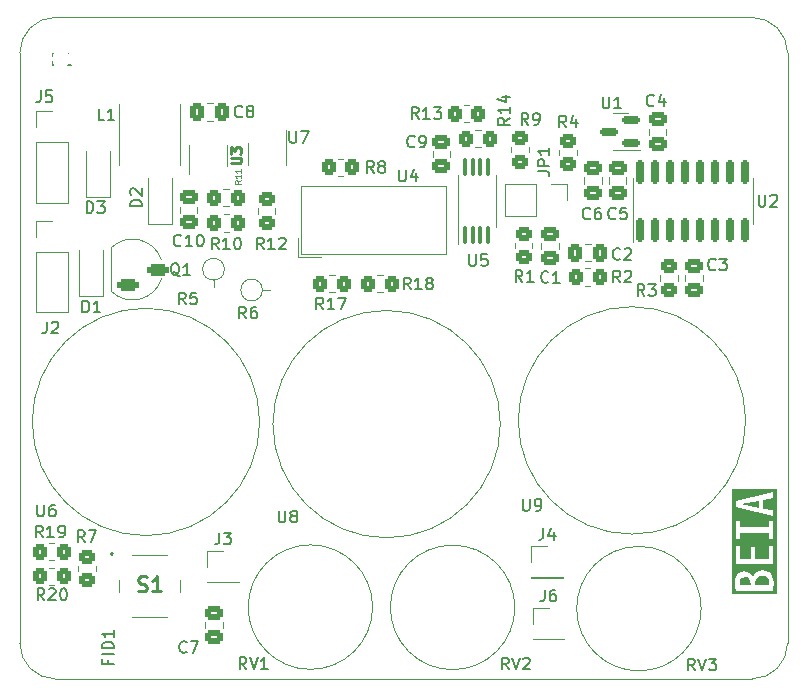
<source format=gbr>
%TF.GenerationSoftware,KiCad,Pcbnew,(6.0.4)*%
%TF.CreationDate,2022-07-22T13:04:17+03:00*%
%TF.ProjectId,shiled_v2,7368696c-6564-45f7-9632-2e6b69636164,rev?*%
%TF.SameCoordinates,Original*%
%TF.FileFunction,Legend,Top*%
%TF.FilePolarity,Positive*%
%FSLAX46Y46*%
G04 Gerber Fmt 4.6, Leading zero omitted, Abs format (unit mm)*
G04 Created by KiCad (PCBNEW (6.0.4)) date 2022-07-22 13:04:17*
%MOMM*%
%LPD*%
G01*
G04 APERTURE LIST*
G04 Aperture macros list*
%AMRoundRect*
0 Rectangle with rounded corners*
0 $1 Rounding radius*
0 $2 $3 $4 $5 $6 $7 $8 $9 X,Y pos of 4 corners*
0 Add a 4 corners polygon primitive as box body*
4,1,4,$2,$3,$4,$5,$6,$7,$8,$9,$2,$3,0*
0 Add four circle primitives for the rounded corners*
1,1,$1+$1,$2,$3*
1,1,$1+$1,$4,$5*
1,1,$1+$1,$6,$7*
1,1,$1+$1,$8,$9*
0 Add four rect primitives between the rounded corners*
20,1,$1+$1,$2,$3,$4,$5,0*
20,1,$1+$1,$4,$5,$6,$7,0*
20,1,$1+$1,$6,$7,$8,$9,0*
20,1,$1+$1,$8,$9,$2,$3,0*%
G04 Aperture macros list end*
%TA.AperFunction,Profile*%
%ADD10C,0.100000*%
%TD*%
%ADD11C,0.254000*%
%ADD12C,0.150000*%
%ADD13C,0.212500*%
%ADD14C,0.125000*%
%ADD15C,0.200000*%
%ADD16C,0.100000*%
%ADD17C,0.120000*%
%ADD18R,1.000000X0.700000*%
%ADD19RoundRect,0.250000X-0.350000X-0.450000X0.350000X-0.450000X0.350000X0.450000X-0.350000X0.450000X0*%
%ADD20RoundRect,0.250000X0.350000X0.450000X-0.350000X0.450000X-0.350000X-0.450000X0.350000X-0.450000X0*%
%ADD21R,1.200000X0.900000*%
%ADD22C,1.400000*%
%ADD23O,1.400000X1.400000*%
%ADD24RoundRect,0.250000X0.450000X-0.350000X0.450000X0.350000X-0.450000X0.350000X-0.450000X-0.350000X0*%
%ADD25R,0.650000X1.560000*%
%ADD26R,4.200000X1.500000*%
%ADD27R,1.700000X1.700000*%
%ADD28O,1.700000X1.700000*%
%ADD29RoundRect,0.250000X-0.475000X0.337500X-0.475000X-0.337500X0.475000X-0.337500X0.475000X0.337500X0*%
%ADD30RoundRect,0.250000X0.337500X0.475000X-0.337500X0.475000X-0.337500X-0.475000X0.337500X-0.475000X0*%
%ADD31RoundRect,0.250000X0.475000X-0.337500X0.475000X0.337500X-0.475000X0.337500X-0.475000X-0.337500X0*%
%ADD32C,1.500000*%
%ADD33C,3.000000*%
%ADD34R,2.000000X2.000000*%
%ADD35C,2.000000*%
%ADD36RoundRect,0.250000X-0.450000X0.350000X-0.450000X-0.350000X0.450000X-0.350000X0.450000X0.350000X0*%
%ADD37R,1.800000X1.100000*%
%ADD38RoundRect,0.275000X-0.625000X0.275000X-0.625000X-0.275000X0.625000X-0.275000X0.625000X0.275000X0*%
%ADD39C,2.340000*%
%ADD40RoundRect,0.150000X0.587500X0.150000X-0.587500X0.150000X-0.587500X-0.150000X0.587500X-0.150000X0*%
%ADD41RoundRect,0.100000X0.100000X-0.637500X0.100000X0.637500X-0.100000X0.637500X-0.100000X-0.637500X0*%
%ADD42RoundRect,0.150000X0.150000X-0.825000X0.150000X0.825000X-0.150000X0.825000X-0.150000X-0.825000X0*%
%ADD43R,1.500000X1.500000*%
%ADD44R,1.300000X1.300000*%
G04 APERTURE END LIST*
D10*
X143546356Y-113817611D02*
X143546356Y-63817611D01*
X78546356Y-63817611D02*
X78546356Y-113817611D01*
X140546356Y-116817611D02*
G75*
G03*
X143546356Y-113817611I37J2999963D01*
G01*
X140546356Y-60817611D02*
X81546356Y-60817611D01*
X81546356Y-116817611D02*
X140546356Y-116817611D01*
X143546389Y-63817611D02*
G75*
G03*
X140546356Y-60817611I-2999989J11D01*
G01*
X81546356Y-60817556D02*
G75*
G03*
X78546356Y-63817611I44J-3000044D01*
G01*
X78546389Y-113817611D02*
G75*
G03*
X81546356Y-116817611I3000011J11D01*
G01*
D11*
X88567380Y-109354647D02*
X88748809Y-109415123D01*
X89051190Y-109415123D01*
X89172142Y-109354647D01*
X89232619Y-109294171D01*
X89293095Y-109173219D01*
X89293095Y-109052266D01*
X89232619Y-108931314D01*
X89172142Y-108870838D01*
X89051190Y-108810361D01*
X88809285Y-108749885D01*
X88688333Y-108689409D01*
X88627857Y-108628933D01*
X88567380Y-108507980D01*
X88567380Y-108387028D01*
X88627857Y-108266076D01*
X88688333Y-108205600D01*
X88809285Y-108145123D01*
X89111666Y-108145123D01*
X89293095Y-108205600D01*
X90502619Y-109415123D02*
X89776904Y-109415123D01*
X90139761Y-109415123D02*
X90139761Y-108145123D01*
X90018809Y-108326552D01*
X89897857Y-108447504D01*
X89776904Y-108507980D01*
D12*
X80621142Y-110154980D02*
X80287809Y-109678790D01*
X80049714Y-110154980D02*
X80049714Y-109154980D01*
X80430666Y-109154980D01*
X80525904Y-109202600D01*
X80573523Y-109250219D01*
X80621142Y-109345457D01*
X80621142Y-109488314D01*
X80573523Y-109583552D01*
X80525904Y-109631171D01*
X80430666Y-109678790D01*
X80049714Y-109678790D01*
X81002095Y-109250219D02*
X81049714Y-109202600D01*
X81144952Y-109154980D01*
X81383047Y-109154980D01*
X81478285Y-109202600D01*
X81525904Y-109250219D01*
X81573523Y-109345457D01*
X81573523Y-109440695D01*
X81525904Y-109583552D01*
X80954476Y-110154980D01*
X81573523Y-110154980D01*
X82192571Y-109154980D02*
X82287809Y-109154980D01*
X82383047Y-109202600D01*
X82430666Y-109250219D01*
X82478285Y-109345457D01*
X82525904Y-109535933D01*
X82525904Y-109774028D01*
X82478285Y-109964504D01*
X82430666Y-110059742D01*
X82383047Y-110107361D01*
X82287809Y-110154980D01*
X82192571Y-110154980D01*
X82097333Y-110107361D01*
X82049714Y-110059742D01*
X82002095Y-109964504D01*
X81954476Y-109774028D01*
X81954476Y-109535933D01*
X82002095Y-109345457D01*
X82049714Y-109250219D01*
X82097333Y-109202600D01*
X82192571Y-109154980D01*
X80475342Y-104846380D02*
X80142009Y-104370190D01*
X79903914Y-104846380D02*
X79903914Y-103846380D01*
X80284866Y-103846380D01*
X80380104Y-103894000D01*
X80427723Y-103941619D01*
X80475342Y-104036857D01*
X80475342Y-104179714D01*
X80427723Y-104274952D01*
X80380104Y-104322571D01*
X80284866Y-104370190D01*
X79903914Y-104370190D01*
X81427723Y-104846380D02*
X80856295Y-104846380D01*
X81142009Y-104846380D02*
X81142009Y-103846380D01*
X81046771Y-103989238D01*
X80951533Y-104084476D01*
X80856295Y-104132095D01*
X81903914Y-104846380D02*
X82094390Y-104846380D01*
X82189628Y-104798761D01*
X82237247Y-104751142D01*
X82332485Y-104608285D01*
X82380104Y-104417809D01*
X82380104Y-104036857D01*
X82332485Y-103941619D01*
X82284866Y-103894000D01*
X82189628Y-103846380D01*
X81999152Y-103846380D01*
X81903914Y-103894000D01*
X81856295Y-103941619D01*
X81808676Y-104036857D01*
X81808676Y-104274952D01*
X81856295Y-104370190D01*
X81903914Y-104417809D01*
X81999152Y-104465428D01*
X82189628Y-104465428D01*
X82284866Y-104417809D01*
X82332485Y-104370190D01*
X82380104Y-104274952D01*
X84199504Y-77388980D02*
X84199504Y-76388980D01*
X84437600Y-76388980D01*
X84580457Y-76436600D01*
X84675695Y-76531838D01*
X84723314Y-76627076D01*
X84770933Y-76817552D01*
X84770933Y-76960409D01*
X84723314Y-77150885D01*
X84675695Y-77246123D01*
X84580457Y-77341361D01*
X84437600Y-77388980D01*
X84199504Y-77388980D01*
X85104266Y-76388980D02*
X85723314Y-76388980D01*
X85389980Y-76769933D01*
X85532838Y-76769933D01*
X85628076Y-76817552D01*
X85675695Y-76865171D01*
X85723314Y-76960409D01*
X85723314Y-77198504D01*
X85675695Y-77293742D01*
X85628076Y-77341361D01*
X85532838Y-77388980D01*
X85247123Y-77388980D01*
X85151885Y-77341361D01*
X85104266Y-77293742D01*
X97698733Y-86304380D02*
X97365400Y-85828190D01*
X97127304Y-86304380D02*
X97127304Y-85304380D01*
X97508257Y-85304380D01*
X97603495Y-85352000D01*
X97651114Y-85399619D01*
X97698733Y-85494857D01*
X97698733Y-85637714D01*
X97651114Y-85732952D01*
X97603495Y-85780571D01*
X97508257Y-85828190D01*
X97127304Y-85828190D01*
X98555876Y-85304380D02*
X98365400Y-85304380D01*
X98270161Y-85352000D01*
X98222542Y-85399619D01*
X98127304Y-85542476D01*
X98079685Y-85732952D01*
X98079685Y-86113904D01*
X98127304Y-86209142D01*
X98174923Y-86256761D01*
X98270161Y-86304380D01*
X98460638Y-86304380D01*
X98555876Y-86256761D01*
X98603495Y-86209142D01*
X98651114Y-86113904D01*
X98651114Y-85875809D01*
X98603495Y-85780571D01*
X98555876Y-85732952D01*
X98460638Y-85685333D01*
X98270161Y-85685333D01*
X98174923Y-85732952D01*
X98127304Y-85780571D01*
X98079685Y-85875809D01*
X92594133Y-85110580D02*
X92260800Y-84634390D01*
X92022704Y-85110580D02*
X92022704Y-84110580D01*
X92403657Y-84110580D01*
X92498895Y-84158200D01*
X92546514Y-84205819D01*
X92594133Y-84301057D01*
X92594133Y-84443914D01*
X92546514Y-84539152D01*
X92498895Y-84586771D01*
X92403657Y-84634390D01*
X92022704Y-84634390D01*
X93498895Y-84110580D02*
X93022704Y-84110580D01*
X92975085Y-84586771D01*
X93022704Y-84539152D01*
X93117942Y-84491533D01*
X93356038Y-84491533D01*
X93451276Y-84539152D01*
X93498895Y-84586771D01*
X93546514Y-84682009D01*
X93546514Y-84920104D01*
X93498895Y-85015342D01*
X93451276Y-85062961D01*
X93356038Y-85110580D01*
X93117942Y-85110580D01*
X93022704Y-85062961D01*
X92975085Y-85015342D01*
X84034333Y-105252780D02*
X83701000Y-104776590D01*
X83462904Y-105252780D02*
X83462904Y-104252780D01*
X83843857Y-104252780D01*
X83939095Y-104300400D01*
X83986714Y-104348019D01*
X84034333Y-104443257D01*
X84034333Y-104586114D01*
X83986714Y-104681352D01*
X83939095Y-104728971D01*
X83843857Y-104776590D01*
X83462904Y-104776590D01*
X84367666Y-104252780D02*
X85034333Y-104252780D01*
X84605761Y-105252780D01*
X101371495Y-70419980D02*
X101371495Y-71229504D01*
X101419114Y-71324742D01*
X101466733Y-71372361D01*
X101561971Y-71419980D01*
X101752447Y-71419980D01*
X101847685Y-71372361D01*
X101895304Y-71324742D01*
X101942923Y-71229504D01*
X101942923Y-70419980D01*
X102323876Y-70419980D02*
X102990542Y-70419980D01*
X102561971Y-71419980D01*
D13*
X96435523Y-73164619D02*
X97123619Y-73164619D01*
X97204571Y-73124142D01*
X97245047Y-73083666D01*
X97285523Y-73002714D01*
X97285523Y-72840809D01*
X97245047Y-72759857D01*
X97204571Y-72719380D01*
X97123619Y-72678904D01*
X96435523Y-72678904D01*
X96435523Y-72355095D02*
X96435523Y-71828904D01*
X96759333Y-72112238D01*
X96759333Y-71990809D01*
X96799809Y-71909857D01*
X96840285Y-71869380D01*
X96921238Y-71828904D01*
X97123619Y-71828904D01*
X97204571Y-71869380D01*
X97245047Y-71909857D01*
X97285523Y-71990809D01*
X97285523Y-72233666D01*
X97245047Y-72314619D01*
X97204571Y-72355095D01*
D12*
X111625142Y-83840580D02*
X111291809Y-83364390D01*
X111053714Y-83840580D02*
X111053714Y-82840580D01*
X111434666Y-82840580D01*
X111529904Y-82888200D01*
X111577523Y-82935819D01*
X111625142Y-83031057D01*
X111625142Y-83173914D01*
X111577523Y-83269152D01*
X111529904Y-83316771D01*
X111434666Y-83364390D01*
X111053714Y-83364390D01*
X112577523Y-83840580D02*
X112006095Y-83840580D01*
X112291809Y-83840580D02*
X112291809Y-82840580D01*
X112196571Y-82983438D01*
X112101333Y-83078676D01*
X112006095Y-83126295D01*
X113148952Y-83269152D02*
X113053714Y-83221533D01*
X113006095Y-83173914D01*
X112958476Y-83078676D01*
X112958476Y-83031057D01*
X113006095Y-82935819D01*
X113053714Y-82888200D01*
X113148952Y-82840580D01*
X113339428Y-82840580D01*
X113434666Y-82888200D01*
X113482285Y-82935819D01*
X113529904Y-83031057D01*
X113529904Y-83078676D01*
X113482285Y-83173914D01*
X113434666Y-83221533D01*
X113339428Y-83269152D01*
X113148952Y-83269152D01*
X113053714Y-83316771D01*
X113006095Y-83364390D01*
X112958476Y-83459628D01*
X112958476Y-83650104D01*
X113006095Y-83745342D01*
X113053714Y-83792961D01*
X113148952Y-83840580D01*
X113339428Y-83840580D01*
X113434666Y-83792961D01*
X113482285Y-83745342D01*
X113529904Y-83650104D01*
X113529904Y-83459628D01*
X113482285Y-83364390D01*
X113434666Y-83316771D01*
X113339428Y-83269152D01*
X104233742Y-85542380D02*
X103900409Y-85066190D01*
X103662314Y-85542380D02*
X103662314Y-84542380D01*
X104043266Y-84542380D01*
X104138504Y-84590000D01*
X104186123Y-84637619D01*
X104233742Y-84732857D01*
X104233742Y-84875714D01*
X104186123Y-84970952D01*
X104138504Y-85018571D01*
X104043266Y-85066190D01*
X103662314Y-85066190D01*
X105186123Y-85542380D02*
X104614695Y-85542380D01*
X104900409Y-85542380D02*
X104900409Y-84542380D01*
X104805171Y-84685238D01*
X104709933Y-84780476D01*
X104614695Y-84828095D01*
X105519457Y-84542380D02*
X106186123Y-84542380D01*
X105757552Y-85542380D01*
X99179142Y-80462380D02*
X98845809Y-79986190D01*
X98607714Y-80462380D02*
X98607714Y-79462380D01*
X98988666Y-79462380D01*
X99083904Y-79510000D01*
X99131523Y-79557619D01*
X99179142Y-79652857D01*
X99179142Y-79795714D01*
X99131523Y-79890952D01*
X99083904Y-79938571D01*
X98988666Y-79986190D01*
X98607714Y-79986190D01*
X100131523Y-80462380D02*
X99560095Y-80462380D01*
X99845809Y-80462380D02*
X99845809Y-79462380D01*
X99750571Y-79605238D01*
X99655333Y-79700476D01*
X99560095Y-79748095D01*
X100512476Y-79557619D02*
X100560095Y-79510000D01*
X100655333Y-79462380D01*
X100893428Y-79462380D01*
X100988666Y-79510000D01*
X101036285Y-79557619D01*
X101083904Y-79652857D01*
X101083904Y-79748095D01*
X101036285Y-79890952D01*
X100464857Y-80462380D01*
X101083904Y-80462380D01*
D14*
X97254190Y-74616428D02*
X97016095Y-74783095D01*
X97254190Y-74902142D02*
X96754190Y-74902142D01*
X96754190Y-74711666D01*
X96778000Y-74664047D01*
X96801809Y-74640238D01*
X96849428Y-74616428D01*
X96920857Y-74616428D01*
X96968476Y-74640238D01*
X96992285Y-74664047D01*
X97016095Y-74711666D01*
X97016095Y-74902142D01*
X97254190Y-74140238D02*
X97254190Y-74425952D01*
X97254190Y-74283095D02*
X96754190Y-74283095D01*
X96825619Y-74330714D01*
X96873238Y-74378333D01*
X96897047Y-74425952D01*
X97254190Y-73664047D02*
X97254190Y-73949761D01*
X97254190Y-73806904D02*
X96754190Y-73806904D01*
X96825619Y-73854523D01*
X96873238Y-73902142D01*
X96897047Y-73949761D01*
D12*
X95369142Y-80462380D02*
X95035809Y-79986190D01*
X94797714Y-80462380D02*
X94797714Y-79462380D01*
X95178666Y-79462380D01*
X95273904Y-79510000D01*
X95321523Y-79557619D01*
X95369142Y-79652857D01*
X95369142Y-79795714D01*
X95321523Y-79890952D01*
X95273904Y-79938571D01*
X95178666Y-79986190D01*
X94797714Y-79986190D01*
X96321523Y-80462380D02*
X95750095Y-80462380D01*
X96035809Y-80462380D02*
X96035809Y-79462380D01*
X95940571Y-79605238D01*
X95845333Y-79700476D01*
X95750095Y-79748095D01*
X96940571Y-79462380D02*
X97035809Y-79462380D01*
X97131047Y-79510000D01*
X97178666Y-79557619D01*
X97226285Y-79652857D01*
X97273904Y-79843333D01*
X97273904Y-80081428D01*
X97226285Y-80271904D01*
X97178666Y-80367142D01*
X97131047Y-80414761D01*
X97035809Y-80462380D01*
X96940571Y-80462380D01*
X96845333Y-80414761D01*
X96797714Y-80367142D01*
X96750095Y-80271904D01*
X96702476Y-80081428D01*
X96702476Y-79843333D01*
X96750095Y-79652857D01*
X96797714Y-79557619D01*
X96845333Y-79510000D01*
X96940571Y-79462380D01*
X85685333Y-69540380D02*
X85209142Y-69540380D01*
X85209142Y-68540380D01*
X86542476Y-69540380D02*
X85971047Y-69540380D01*
X86256761Y-69540380D02*
X86256761Y-68540380D01*
X86161523Y-68683238D01*
X86066285Y-68778476D01*
X85971047Y-68826095D01*
X80311666Y-67001380D02*
X80311666Y-67715666D01*
X80264047Y-67858523D01*
X80168809Y-67953761D01*
X80025952Y-68001380D01*
X79930714Y-68001380D01*
X81264047Y-67001380D02*
X80787857Y-67001380D01*
X80740238Y-67477571D01*
X80787857Y-67429952D01*
X80883095Y-67382333D01*
X81121190Y-67382333D01*
X81216428Y-67429952D01*
X81264047Y-67477571D01*
X81311666Y-67572809D01*
X81311666Y-67810904D01*
X81264047Y-67906142D01*
X81216428Y-67953761D01*
X81121190Y-68001380D01*
X80883095Y-68001380D01*
X80787857Y-67953761D01*
X80740238Y-67906142D01*
X80819666Y-86574380D02*
X80819666Y-87288666D01*
X80772047Y-87431523D01*
X80676809Y-87526761D01*
X80533952Y-87574380D01*
X80438714Y-87574380D01*
X81248238Y-86669619D02*
X81295857Y-86622000D01*
X81391095Y-86574380D01*
X81629190Y-86574380D01*
X81724428Y-86622000D01*
X81772047Y-86669619D01*
X81819666Y-86764857D01*
X81819666Y-86860095D01*
X81772047Y-87002952D01*
X81200619Y-87574380D01*
X81819666Y-87574380D01*
X88876380Y-76811095D02*
X87876380Y-76811095D01*
X87876380Y-76573000D01*
X87924000Y-76430142D01*
X88019238Y-76334904D01*
X88114476Y-76287285D01*
X88304952Y-76239666D01*
X88447809Y-76239666D01*
X88638285Y-76287285D01*
X88733523Y-76334904D01*
X88828761Y-76430142D01*
X88876380Y-76573000D01*
X88876380Y-76811095D01*
X87971619Y-75858714D02*
X87924000Y-75811095D01*
X87876380Y-75715857D01*
X87876380Y-75477761D01*
X87924000Y-75382523D01*
X87971619Y-75334904D01*
X88066857Y-75287285D01*
X88162095Y-75287285D01*
X88304952Y-75334904D01*
X88876380Y-75906333D01*
X88876380Y-75287285D01*
X83843904Y-85796380D02*
X83843904Y-84796380D01*
X84082000Y-84796380D01*
X84224857Y-84844000D01*
X84320095Y-84939238D01*
X84367714Y-85034476D01*
X84415333Y-85224952D01*
X84415333Y-85367809D01*
X84367714Y-85558285D01*
X84320095Y-85653523D01*
X84224857Y-85748761D01*
X84082000Y-85796380D01*
X83843904Y-85796380D01*
X85367714Y-85796380D02*
X84796285Y-85796380D01*
X85082000Y-85796380D02*
X85082000Y-84796380D01*
X84986761Y-84939238D01*
X84891523Y-85034476D01*
X84796285Y-85082095D01*
X92194142Y-80113142D02*
X92146523Y-80160761D01*
X92003666Y-80208380D01*
X91908428Y-80208380D01*
X91765571Y-80160761D01*
X91670333Y-80065523D01*
X91622714Y-79970285D01*
X91575095Y-79779809D01*
X91575095Y-79636952D01*
X91622714Y-79446476D01*
X91670333Y-79351238D01*
X91765571Y-79256000D01*
X91908428Y-79208380D01*
X92003666Y-79208380D01*
X92146523Y-79256000D01*
X92194142Y-79303619D01*
X93146523Y-80208380D02*
X92575095Y-80208380D01*
X92860809Y-80208380D02*
X92860809Y-79208380D01*
X92765571Y-79351238D01*
X92670333Y-79446476D01*
X92575095Y-79494095D01*
X93765571Y-79208380D02*
X93860809Y-79208380D01*
X93956047Y-79256000D01*
X94003666Y-79303619D01*
X94051285Y-79398857D01*
X94098904Y-79589333D01*
X94098904Y-79827428D01*
X94051285Y-80017904D01*
X94003666Y-80113142D01*
X93956047Y-80160761D01*
X93860809Y-80208380D01*
X93765571Y-80208380D01*
X93670333Y-80160761D01*
X93622714Y-80113142D01*
X93575095Y-80017904D01*
X93527476Y-79827428D01*
X93527476Y-79589333D01*
X93575095Y-79398857D01*
X93622714Y-79303619D01*
X93670333Y-79256000D01*
X93765571Y-79208380D01*
X97369333Y-69191142D02*
X97321714Y-69238761D01*
X97178857Y-69286380D01*
X97083619Y-69286380D01*
X96940761Y-69238761D01*
X96845523Y-69143523D01*
X96797904Y-69048285D01*
X96750285Y-68857809D01*
X96750285Y-68714952D01*
X96797904Y-68524476D01*
X96845523Y-68429238D01*
X96940761Y-68334000D01*
X97083619Y-68286380D01*
X97178857Y-68286380D01*
X97321714Y-68334000D01*
X97369333Y-68381619D01*
X97940761Y-68714952D02*
X97845523Y-68667333D01*
X97797904Y-68619714D01*
X97750285Y-68524476D01*
X97750285Y-68476857D01*
X97797904Y-68381619D01*
X97845523Y-68334000D01*
X97940761Y-68286380D01*
X98131238Y-68286380D01*
X98226476Y-68334000D01*
X98274095Y-68381619D01*
X98321714Y-68476857D01*
X98321714Y-68524476D01*
X98274095Y-68619714D01*
X98226476Y-68667333D01*
X98131238Y-68714952D01*
X97940761Y-68714952D01*
X97845523Y-68762571D01*
X97797904Y-68810190D01*
X97750285Y-68905428D01*
X97750285Y-69095904D01*
X97797904Y-69191142D01*
X97845523Y-69238761D01*
X97940761Y-69286380D01*
X98131238Y-69286380D01*
X98226476Y-69238761D01*
X98274095Y-69191142D01*
X98321714Y-69095904D01*
X98321714Y-68905428D01*
X98274095Y-68810190D01*
X98226476Y-68762571D01*
X98131238Y-68714952D01*
X92670333Y-114530142D02*
X92622714Y-114577761D01*
X92479857Y-114625380D01*
X92384619Y-114625380D01*
X92241761Y-114577761D01*
X92146523Y-114482523D01*
X92098904Y-114387285D01*
X92051285Y-114196809D01*
X92051285Y-114053952D01*
X92098904Y-113863476D01*
X92146523Y-113768238D01*
X92241761Y-113673000D01*
X92384619Y-113625380D01*
X92479857Y-113625380D01*
X92622714Y-113673000D01*
X92670333Y-113720619D01*
X93003666Y-113625380D02*
X93670333Y-113625380D01*
X93241761Y-114625380D01*
X81338095Y-64852380D02*
X81338095Y-63852380D01*
X81338095Y-64328571D02*
X81909523Y-64328571D01*
X81909523Y-64852380D02*
X81909523Y-63852380D01*
X82909523Y-64852380D02*
X82338095Y-64852380D01*
X82623809Y-64852380D02*
X82623809Y-63852380D01*
X82528571Y-63995238D01*
X82433333Y-64090476D01*
X82338095Y-64138095D01*
X139338095Y-64872380D02*
X139338095Y-63872380D01*
X139338095Y-64348571D02*
X139909523Y-64348571D01*
X139909523Y-64872380D02*
X139909523Y-63872380D01*
X140290476Y-63872380D02*
X140909523Y-63872380D01*
X140576190Y-64253333D01*
X140719047Y-64253333D01*
X140814285Y-64300952D01*
X140861904Y-64348571D01*
X140909523Y-64443809D01*
X140909523Y-64681904D01*
X140861904Y-64777142D01*
X140814285Y-64824761D01*
X140719047Y-64872380D01*
X140433333Y-64872380D01*
X140338095Y-64824761D01*
X140290476Y-64777142D01*
X81338095Y-113862380D02*
X81338095Y-112862380D01*
X81338095Y-113338571D02*
X81909523Y-113338571D01*
X81909523Y-113862380D02*
X81909523Y-112862380D01*
X82338095Y-112957619D02*
X82385714Y-112910000D01*
X82480952Y-112862380D01*
X82719047Y-112862380D01*
X82814285Y-112910000D01*
X82861904Y-112957619D01*
X82909523Y-113052857D01*
X82909523Y-113148095D01*
X82861904Y-113290952D01*
X82290476Y-113862380D01*
X82909523Y-113862380D01*
X139328095Y-113852380D02*
X139328095Y-112852380D01*
X139328095Y-113328571D02*
X139899523Y-113328571D01*
X139899523Y-113852380D02*
X139899523Y-112852380D01*
X140804285Y-113185714D02*
X140804285Y-113852380D01*
X140566190Y-112804761D02*
X140328095Y-113519047D01*
X140947142Y-113519047D01*
X122388380Y-73858333D02*
X123102666Y-73858333D01*
X123245523Y-73905952D01*
X123340761Y-74001190D01*
X123388380Y-74144047D01*
X123388380Y-74239285D01*
X123388380Y-73382142D02*
X122388380Y-73382142D01*
X122388380Y-73001190D01*
X122436000Y-72905952D01*
X122483619Y-72858333D01*
X122578857Y-72810714D01*
X122721714Y-72810714D01*
X122816952Y-72858333D01*
X122864571Y-72905952D01*
X122912190Y-73001190D01*
X122912190Y-73382142D01*
X123388380Y-71858333D02*
X123388380Y-72429761D01*
X123388380Y-72144047D02*
X122388380Y-72144047D01*
X122531238Y-72239285D01*
X122626476Y-72334523D01*
X122674095Y-72429761D01*
X80010095Y-102068380D02*
X80010095Y-102877904D01*
X80057714Y-102973142D01*
X80105333Y-103020761D01*
X80200571Y-103068380D01*
X80391047Y-103068380D01*
X80486285Y-103020761D01*
X80533904Y-102973142D01*
X80581523Y-102877904D01*
X80581523Y-102068380D01*
X81486285Y-102068380D02*
X81295809Y-102068380D01*
X81200571Y-102116000D01*
X81152952Y-102163619D01*
X81057714Y-102306476D01*
X81010095Y-102496952D01*
X81010095Y-102877904D01*
X81057714Y-102973142D01*
X81105333Y-103020761D01*
X81200571Y-103068380D01*
X81391047Y-103068380D01*
X81486285Y-103020761D01*
X81533904Y-102973142D01*
X81581523Y-102877904D01*
X81581523Y-102639809D01*
X81533904Y-102544571D01*
X81486285Y-102496952D01*
X81391047Y-102449333D01*
X81200571Y-102449333D01*
X81105333Y-102496952D01*
X81057714Y-102544571D01*
X81010095Y-102639809D01*
X132243533Y-68251342D02*
X132195914Y-68298961D01*
X132053057Y-68346580D01*
X131957819Y-68346580D01*
X131814961Y-68298961D01*
X131719723Y-68203723D01*
X131672104Y-68108485D01*
X131624485Y-67918009D01*
X131624485Y-67775152D01*
X131672104Y-67584676D01*
X131719723Y-67489438D01*
X131814961Y-67394200D01*
X131957819Y-67346580D01*
X132053057Y-67346580D01*
X132195914Y-67394200D01*
X132243533Y-67441819D01*
X133100676Y-67679914D02*
X133100676Y-68346580D01*
X132862580Y-67298961D02*
X132624485Y-68013247D01*
X133243533Y-68013247D01*
X126833333Y-77827142D02*
X126785714Y-77874761D01*
X126642857Y-77922380D01*
X126547619Y-77922380D01*
X126404761Y-77874761D01*
X126309523Y-77779523D01*
X126261904Y-77684285D01*
X126214285Y-77493809D01*
X126214285Y-77350952D01*
X126261904Y-77160476D01*
X126309523Y-77065238D01*
X126404761Y-76970000D01*
X126547619Y-76922380D01*
X126642857Y-76922380D01*
X126785714Y-76970000D01*
X126833333Y-77017619D01*
X127690476Y-76922380D02*
X127500000Y-76922380D01*
X127404761Y-76970000D01*
X127357142Y-77017619D01*
X127261904Y-77160476D01*
X127214285Y-77350952D01*
X127214285Y-77731904D01*
X127261904Y-77827142D01*
X127309523Y-77874761D01*
X127404761Y-77922380D01*
X127595238Y-77922380D01*
X127690476Y-77874761D01*
X127738095Y-77827142D01*
X127785714Y-77731904D01*
X127785714Y-77493809D01*
X127738095Y-77398571D01*
X127690476Y-77350952D01*
X127595238Y-77303333D01*
X127404761Y-77303333D01*
X127309523Y-77350952D01*
X127261904Y-77398571D01*
X127214285Y-77493809D01*
X131430733Y-84399380D02*
X131097400Y-83923190D01*
X130859304Y-84399380D02*
X130859304Y-83399380D01*
X131240257Y-83399380D01*
X131335495Y-83447000D01*
X131383114Y-83494619D01*
X131430733Y-83589857D01*
X131430733Y-83732714D01*
X131383114Y-83827952D01*
X131335495Y-83875571D01*
X131240257Y-83923190D01*
X130859304Y-83923190D01*
X131764066Y-83399380D02*
X132383114Y-83399380D01*
X132049780Y-83780333D01*
X132192638Y-83780333D01*
X132287876Y-83827952D01*
X132335495Y-83875571D01*
X132383114Y-83970809D01*
X132383114Y-84208904D01*
X132335495Y-84304142D01*
X132287876Y-84351761D01*
X132192638Y-84399380D01*
X131906923Y-84399380D01*
X131811685Y-84351761D01*
X131764066Y-84304142D01*
X92067961Y-82716619D02*
X91972723Y-82669000D01*
X91877485Y-82573761D01*
X91734628Y-82430904D01*
X91639390Y-82383285D01*
X91544152Y-82383285D01*
X91591771Y-82621380D02*
X91496533Y-82573761D01*
X91401295Y-82478523D01*
X91353676Y-82288047D01*
X91353676Y-81954714D01*
X91401295Y-81764238D01*
X91496533Y-81669000D01*
X91591771Y-81621380D01*
X91782247Y-81621380D01*
X91877485Y-81669000D01*
X91972723Y-81764238D01*
X92020342Y-81954714D01*
X92020342Y-82288047D01*
X91972723Y-82478523D01*
X91877485Y-82573761D01*
X91782247Y-82621380D01*
X91591771Y-82621380D01*
X92972723Y-82621380D02*
X92401295Y-82621380D01*
X92687009Y-82621380D02*
X92687009Y-81621380D01*
X92591771Y-81764238D01*
X92496533Y-81859476D01*
X92401295Y-81907095D01*
X121600933Y-69921380D02*
X121267600Y-69445190D01*
X121029504Y-69921380D02*
X121029504Y-68921380D01*
X121410457Y-68921380D01*
X121505695Y-68969000D01*
X121553314Y-69016619D01*
X121600933Y-69111857D01*
X121600933Y-69254714D01*
X121553314Y-69349952D01*
X121505695Y-69397571D01*
X121410457Y-69445190D01*
X121029504Y-69445190D01*
X122077123Y-69921380D02*
X122267600Y-69921380D01*
X122362838Y-69873761D01*
X122410457Y-69826142D01*
X122505695Y-69683285D01*
X122553314Y-69492809D01*
X122553314Y-69111857D01*
X122505695Y-69016619D01*
X122458076Y-68969000D01*
X122362838Y-68921380D01*
X122172361Y-68921380D01*
X122077123Y-68969000D01*
X122029504Y-69016619D01*
X121981885Y-69111857D01*
X121981885Y-69349952D01*
X122029504Y-69445190D01*
X122077123Y-69492809D01*
X122172361Y-69540428D01*
X122362838Y-69540428D01*
X122458076Y-69492809D01*
X122505695Y-69445190D01*
X122553314Y-69349952D01*
X119927761Y-116022380D02*
X119594428Y-115546190D01*
X119356333Y-116022380D02*
X119356333Y-115022380D01*
X119737285Y-115022380D01*
X119832523Y-115070000D01*
X119880142Y-115117619D01*
X119927761Y-115212857D01*
X119927761Y-115355714D01*
X119880142Y-115450952D01*
X119832523Y-115498571D01*
X119737285Y-115546190D01*
X119356333Y-115546190D01*
X120213476Y-115022380D02*
X120546809Y-116022380D01*
X120880142Y-115022380D01*
X121165857Y-115117619D02*
X121213476Y-115070000D01*
X121308714Y-115022380D01*
X121546809Y-115022380D01*
X121642047Y-115070000D01*
X121689666Y-115117619D01*
X121737285Y-115212857D01*
X121737285Y-115308095D01*
X121689666Y-115450952D01*
X121118238Y-116022380D01*
X121737285Y-116022380D01*
X95424666Y-104437380D02*
X95424666Y-105151666D01*
X95377047Y-105294523D01*
X95281809Y-105389761D01*
X95138952Y-105437380D01*
X95043714Y-105437380D01*
X95805619Y-104437380D02*
X96424666Y-104437380D01*
X96091333Y-104818333D01*
X96234190Y-104818333D01*
X96329428Y-104865952D01*
X96377047Y-104913571D01*
X96424666Y-105008809D01*
X96424666Y-105246904D01*
X96377047Y-105342142D01*
X96329428Y-105389761D01*
X96234190Y-105437380D01*
X95948476Y-105437380D01*
X95853238Y-105389761D01*
X95805619Y-105342142D01*
X137450533Y-82145142D02*
X137402914Y-82192761D01*
X137260057Y-82240380D01*
X137164819Y-82240380D01*
X137021961Y-82192761D01*
X136926723Y-82097523D01*
X136879104Y-82002285D01*
X136831485Y-81811809D01*
X136831485Y-81668952D01*
X136879104Y-81478476D01*
X136926723Y-81383238D01*
X137021961Y-81288000D01*
X137164819Y-81240380D01*
X137260057Y-81240380D01*
X137402914Y-81288000D01*
X137450533Y-81335619D01*
X137783866Y-81240380D02*
X138402914Y-81240380D01*
X138069580Y-81621333D01*
X138212438Y-81621333D01*
X138307676Y-81668952D01*
X138355295Y-81716571D01*
X138402914Y-81811809D01*
X138402914Y-82049904D01*
X138355295Y-82145142D01*
X138307676Y-82192761D01*
X138212438Y-82240380D01*
X137926723Y-82240380D01*
X137831485Y-82192761D01*
X137783866Y-82145142D01*
X127889095Y-67524380D02*
X127889095Y-68333904D01*
X127936714Y-68429142D01*
X127984333Y-68476761D01*
X128079571Y-68524380D01*
X128270047Y-68524380D01*
X128365285Y-68476761D01*
X128412904Y-68429142D01*
X128460523Y-68333904D01*
X128460523Y-67524380D01*
X129460523Y-68524380D02*
X128889095Y-68524380D01*
X129174809Y-68524380D02*
X129174809Y-67524380D01*
X129079571Y-67667238D01*
X128984333Y-67762476D01*
X128889095Y-67810095D01*
X121132695Y-101585780D02*
X121132695Y-102395304D01*
X121180314Y-102490542D01*
X121227933Y-102538161D01*
X121323171Y-102585780D01*
X121513647Y-102585780D01*
X121608885Y-102538161D01*
X121656504Y-102490542D01*
X121704123Y-102395304D01*
X121704123Y-101585780D01*
X122227933Y-102585780D02*
X122418409Y-102585780D01*
X122513647Y-102538161D01*
X122561266Y-102490542D01*
X122656504Y-102347685D01*
X122704123Y-102157209D01*
X122704123Y-101776257D01*
X122656504Y-101681019D01*
X122608885Y-101633400D01*
X122513647Y-101585780D01*
X122323171Y-101585780D01*
X122227933Y-101633400D01*
X122180314Y-101681019D01*
X122132695Y-101776257D01*
X122132695Y-102014352D01*
X122180314Y-102109590D01*
X122227933Y-102157209D01*
X122323171Y-102204828D01*
X122513647Y-102204828D01*
X122608885Y-102157209D01*
X122656504Y-102109590D01*
X122704123Y-102014352D01*
X120010180Y-69324457D02*
X119533990Y-69657790D01*
X120010180Y-69895885D02*
X119010180Y-69895885D01*
X119010180Y-69514933D01*
X119057800Y-69419695D01*
X119105419Y-69372076D01*
X119200657Y-69324457D01*
X119343514Y-69324457D01*
X119438752Y-69372076D01*
X119486371Y-69419695D01*
X119533990Y-69514933D01*
X119533990Y-69895885D01*
X120010180Y-68372076D02*
X120010180Y-68943504D01*
X120010180Y-68657790D02*
X119010180Y-68657790D01*
X119153038Y-68753028D01*
X119248276Y-68848266D01*
X119295895Y-68943504D01*
X119343514Y-67514933D02*
X120010180Y-67514933D01*
X118962561Y-67753028D02*
X119676847Y-67991123D01*
X119676847Y-67372076D01*
X108518133Y-73988980D02*
X108184800Y-73512790D01*
X107946704Y-73988980D02*
X107946704Y-72988980D01*
X108327657Y-72988980D01*
X108422895Y-73036600D01*
X108470514Y-73084219D01*
X108518133Y-73179457D01*
X108518133Y-73322314D01*
X108470514Y-73417552D01*
X108422895Y-73465171D01*
X108327657Y-73512790D01*
X107946704Y-73512790D01*
X109089561Y-73417552D02*
X108994323Y-73369933D01*
X108946704Y-73322314D01*
X108899085Y-73227076D01*
X108899085Y-73179457D01*
X108946704Y-73084219D01*
X108994323Y-73036600D01*
X109089561Y-72988980D01*
X109280038Y-72988980D01*
X109375276Y-73036600D01*
X109422895Y-73084219D01*
X109470514Y-73179457D01*
X109470514Y-73227076D01*
X109422895Y-73322314D01*
X109375276Y-73369933D01*
X109280038Y-73417552D01*
X109089561Y-73417552D01*
X108994323Y-73465171D01*
X108946704Y-73512790D01*
X108899085Y-73608028D01*
X108899085Y-73798504D01*
X108946704Y-73893742D01*
X108994323Y-73941361D01*
X109089561Y-73988980D01*
X109280038Y-73988980D01*
X109375276Y-73941361D01*
X109422895Y-73893742D01*
X109470514Y-73798504D01*
X109470514Y-73608028D01*
X109422895Y-73512790D01*
X109375276Y-73465171D01*
X109280038Y-73417552D01*
X123302733Y-83211942D02*
X123255114Y-83259561D01*
X123112257Y-83307180D01*
X123017019Y-83307180D01*
X122874161Y-83259561D01*
X122778923Y-83164323D01*
X122731304Y-83069085D01*
X122683685Y-82878609D01*
X122683685Y-82735752D01*
X122731304Y-82545276D01*
X122778923Y-82450038D01*
X122874161Y-82354800D01*
X123017019Y-82307180D01*
X123112257Y-82307180D01*
X123255114Y-82354800D01*
X123302733Y-82402419D01*
X124255114Y-83307180D02*
X123683685Y-83307180D01*
X123969400Y-83307180D02*
X123969400Y-82307180D01*
X123874161Y-82450038D01*
X123778923Y-82545276D01*
X123683685Y-82592895D01*
X121092933Y-83205580D02*
X120759600Y-82729390D01*
X120521504Y-83205580D02*
X120521504Y-82205580D01*
X120902457Y-82205580D01*
X120997695Y-82253200D01*
X121045314Y-82300819D01*
X121092933Y-82396057D01*
X121092933Y-82538914D01*
X121045314Y-82634152D01*
X120997695Y-82681771D01*
X120902457Y-82729390D01*
X120521504Y-82729390D01*
X122045314Y-83205580D02*
X121473885Y-83205580D01*
X121759600Y-83205580D02*
X121759600Y-82205580D01*
X121664361Y-82348438D01*
X121569123Y-82443676D01*
X121473885Y-82491295D01*
X128992333Y-77827142D02*
X128944714Y-77874761D01*
X128801857Y-77922380D01*
X128706619Y-77922380D01*
X128563761Y-77874761D01*
X128468523Y-77779523D01*
X128420904Y-77684285D01*
X128373285Y-77493809D01*
X128373285Y-77350952D01*
X128420904Y-77160476D01*
X128468523Y-77065238D01*
X128563761Y-76970000D01*
X128706619Y-76922380D01*
X128801857Y-76922380D01*
X128944714Y-76970000D01*
X128992333Y-77017619D01*
X129897095Y-76922380D02*
X129420904Y-76922380D01*
X129373285Y-77398571D01*
X129420904Y-77350952D01*
X129516142Y-77303333D01*
X129754238Y-77303333D01*
X129849476Y-77350952D01*
X129897095Y-77398571D01*
X129944714Y-77493809D01*
X129944714Y-77731904D01*
X129897095Y-77827142D01*
X129849476Y-77874761D01*
X129754238Y-77922380D01*
X129516142Y-77922380D01*
X129420904Y-77874761D01*
X129373285Y-77827142D01*
X122983666Y-109263380D02*
X122983666Y-109977666D01*
X122936047Y-110120523D01*
X122840809Y-110215761D01*
X122697952Y-110263380D01*
X122602714Y-110263380D01*
X123888428Y-109263380D02*
X123697952Y-109263380D01*
X123602714Y-109311000D01*
X123555095Y-109358619D01*
X123459857Y-109501476D01*
X123412238Y-109691952D01*
X123412238Y-110072904D01*
X123459857Y-110168142D01*
X123507476Y-110215761D01*
X123602714Y-110263380D01*
X123793190Y-110263380D01*
X123888428Y-110215761D01*
X123936047Y-110168142D01*
X123983666Y-110072904D01*
X123983666Y-109834809D01*
X123936047Y-109739571D01*
X123888428Y-109691952D01*
X123793190Y-109644333D01*
X123602714Y-109644333D01*
X123507476Y-109691952D01*
X123459857Y-109739571D01*
X123412238Y-109834809D01*
X100457095Y-102576380D02*
X100457095Y-103385904D01*
X100504714Y-103481142D01*
X100552333Y-103528761D01*
X100647571Y-103576380D01*
X100838047Y-103576380D01*
X100933285Y-103528761D01*
X100980904Y-103481142D01*
X101028523Y-103385904D01*
X101028523Y-102576380D01*
X101647571Y-103004952D02*
X101552333Y-102957333D01*
X101504714Y-102909714D01*
X101457095Y-102814476D01*
X101457095Y-102766857D01*
X101504714Y-102671619D01*
X101552333Y-102624000D01*
X101647571Y-102576380D01*
X101838047Y-102576380D01*
X101933285Y-102624000D01*
X101980904Y-102671619D01*
X102028523Y-102766857D01*
X102028523Y-102814476D01*
X101980904Y-102909714D01*
X101933285Y-102957333D01*
X101838047Y-103004952D01*
X101647571Y-103004952D01*
X101552333Y-103052571D01*
X101504714Y-103100190D01*
X101457095Y-103195428D01*
X101457095Y-103385904D01*
X101504714Y-103481142D01*
X101552333Y-103528761D01*
X101647571Y-103576380D01*
X101838047Y-103576380D01*
X101933285Y-103528761D01*
X101980904Y-103481142D01*
X102028523Y-103385904D01*
X102028523Y-103195428D01*
X101980904Y-103100190D01*
X101933285Y-103052571D01*
X101838047Y-103004952D01*
X129373333Y-81256142D02*
X129325714Y-81303761D01*
X129182857Y-81351380D01*
X129087619Y-81351380D01*
X128944761Y-81303761D01*
X128849523Y-81208523D01*
X128801904Y-81113285D01*
X128754285Y-80922809D01*
X128754285Y-80779952D01*
X128801904Y-80589476D01*
X128849523Y-80494238D01*
X128944761Y-80399000D01*
X129087619Y-80351380D01*
X129182857Y-80351380D01*
X129325714Y-80399000D01*
X129373333Y-80446619D01*
X129754285Y-80446619D02*
X129801904Y-80399000D01*
X129897142Y-80351380D01*
X130135238Y-80351380D01*
X130230476Y-80399000D01*
X130278095Y-80446619D01*
X130325714Y-80541857D01*
X130325714Y-80637095D01*
X130278095Y-80779952D01*
X129706666Y-81351380D01*
X130325714Y-81351380D01*
X129373333Y-83256380D02*
X129040000Y-82780190D01*
X128801904Y-83256380D02*
X128801904Y-82256380D01*
X129182857Y-82256380D01*
X129278095Y-82304000D01*
X129325714Y-82351619D01*
X129373333Y-82446857D01*
X129373333Y-82589714D01*
X129325714Y-82684952D01*
X129278095Y-82732571D01*
X129182857Y-82780190D01*
X128801904Y-82780190D01*
X129754285Y-82351619D02*
X129801904Y-82304000D01*
X129897142Y-82256380D01*
X130135238Y-82256380D01*
X130230476Y-82304000D01*
X130278095Y-82351619D01*
X130325714Y-82446857D01*
X130325714Y-82542095D01*
X130278095Y-82684952D01*
X129706666Y-83256380D01*
X130325714Y-83256380D01*
X111974333Y-71731142D02*
X111926714Y-71778761D01*
X111783857Y-71826380D01*
X111688619Y-71826380D01*
X111545761Y-71778761D01*
X111450523Y-71683523D01*
X111402904Y-71588285D01*
X111355285Y-71397809D01*
X111355285Y-71254952D01*
X111402904Y-71064476D01*
X111450523Y-70969238D01*
X111545761Y-70874000D01*
X111688619Y-70826380D01*
X111783857Y-70826380D01*
X111926714Y-70874000D01*
X111974333Y-70921619D01*
X112450523Y-71826380D02*
X112641000Y-71826380D01*
X112736238Y-71778761D01*
X112783857Y-71731142D01*
X112879095Y-71588285D01*
X112926714Y-71397809D01*
X112926714Y-71016857D01*
X112879095Y-70921619D01*
X112831476Y-70874000D01*
X112736238Y-70826380D01*
X112545761Y-70826380D01*
X112450523Y-70874000D01*
X112402904Y-70921619D01*
X112355285Y-71016857D01*
X112355285Y-71254952D01*
X112402904Y-71350190D01*
X112450523Y-71397809D01*
X112545761Y-71445428D01*
X112736238Y-71445428D01*
X112831476Y-71397809D01*
X112879095Y-71350190D01*
X112926714Y-71254952D01*
X116586095Y-80859380D02*
X116586095Y-81668904D01*
X116633714Y-81764142D01*
X116681333Y-81811761D01*
X116776571Y-81859380D01*
X116967047Y-81859380D01*
X117062285Y-81811761D01*
X117109904Y-81764142D01*
X117157523Y-81668904D01*
X117157523Y-80859380D01*
X118109904Y-80859380D02*
X117633714Y-80859380D01*
X117586095Y-81335571D01*
X117633714Y-81287952D01*
X117728952Y-81240333D01*
X117967047Y-81240333D01*
X118062285Y-81287952D01*
X118109904Y-81335571D01*
X118157523Y-81430809D01*
X118157523Y-81668904D01*
X118109904Y-81764142D01*
X118062285Y-81811761D01*
X117967047Y-81859380D01*
X117728952Y-81859380D01*
X117633714Y-81811761D01*
X117586095Y-81764142D01*
X135715361Y-116098580D02*
X135382028Y-115622390D01*
X135143933Y-116098580D02*
X135143933Y-115098580D01*
X135524885Y-115098580D01*
X135620123Y-115146200D01*
X135667742Y-115193819D01*
X135715361Y-115289057D01*
X135715361Y-115431914D01*
X135667742Y-115527152D01*
X135620123Y-115574771D01*
X135524885Y-115622390D01*
X135143933Y-115622390D01*
X136001076Y-115098580D02*
X136334409Y-116098580D01*
X136667742Y-115098580D01*
X136905838Y-115098580D02*
X137524885Y-115098580D01*
X137191552Y-115479533D01*
X137334409Y-115479533D01*
X137429647Y-115527152D01*
X137477266Y-115574771D01*
X137524885Y-115670009D01*
X137524885Y-115908104D01*
X137477266Y-116003342D01*
X137429647Y-116050961D01*
X137334409Y-116098580D01*
X137048695Y-116098580D01*
X136953457Y-116050961D01*
X136905838Y-116003342D01*
X122856666Y-104056380D02*
X122856666Y-104770666D01*
X122809047Y-104913523D01*
X122713809Y-105008761D01*
X122570952Y-105056380D01*
X122475714Y-105056380D01*
X123761428Y-104389714D02*
X123761428Y-105056380D01*
X123523333Y-104008761D02*
X123285238Y-104723047D01*
X123904285Y-104723047D01*
X141097095Y-75830180D02*
X141097095Y-76639704D01*
X141144714Y-76734942D01*
X141192333Y-76782561D01*
X141287571Y-76830180D01*
X141478047Y-76830180D01*
X141573285Y-76782561D01*
X141620904Y-76734942D01*
X141668523Y-76639704D01*
X141668523Y-75830180D01*
X142097095Y-75925419D02*
X142144714Y-75877800D01*
X142239952Y-75830180D01*
X142478047Y-75830180D01*
X142573285Y-75877800D01*
X142620904Y-75925419D01*
X142668523Y-76020657D01*
X142668523Y-76115895D01*
X142620904Y-76258752D01*
X142049476Y-76830180D01*
X142668523Y-76830180D01*
X97728161Y-115996980D02*
X97394828Y-115520790D01*
X97156733Y-115996980D02*
X97156733Y-114996980D01*
X97537685Y-114996980D01*
X97632923Y-115044600D01*
X97680542Y-115092219D01*
X97728161Y-115187457D01*
X97728161Y-115330314D01*
X97680542Y-115425552D01*
X97632923Y-115473171D01*
X97537685Y-115520790D01*
X97156733Y-115520790D01*
X98013876Y-114996980D02*
X98347209Y-115996980D01*
X98680542Y-114996980D01*
X99537685Y-115996980D02*
X98966257Y-115996980D01*
X99251971Y-115996980D02*
X99251971Y-114996980D01*
X99156733Y-115139838D01*
X99061495Y-115235076D01*
X98966257Y-115282695D01*
X112310942Y-69413380D02*
X111977609Y-68937190D01*
X111739514Y-69413380D02*
X111739514Y-68413380D01*
X112120466Y-68413380D01*
X112215704Y-68461000D01*
X112263323Y-68508619D01*
X112310942Y-68603857D01*
X112310942Y-68746714D01*
X112263323Y-68841952D01*
X112215704Y-68889571D01*
X112120466Y-68937190D01*
X111739514Y-68937190D01*
X113263323Y-69413380D02*
X112691895Y-69413380D01*
X112977609Y-69413380D02*
X112977609Y-68413380D01*
X112882371Y-68556238D01*
X112787133Y-68651476D01*
X112691895Y-68699095D01*
X113596657Y-68413380D02*
X114215704Y-68413380D01*
X113882371Y-68794333D01*
X114025228Y-68794333D01*
X114120466Y-68841952D01*
X114168085Y-68889571D01*
X114215704Y-68984809D01*
X114215704Y-69222904D01*
X114168085Y-69318142D01*
X114120466Y-69365761D01*
X114025228Y-69413380D01*
X113739514Y-69413380D01*
X113644276Y-69365761D01*
X113596657Y-69318142D01*
X124801333Y-70124580D02*
X124468000Y-69648390D01*
X124229904Y-70124580D02*
X124229904Y-69124580D01*
X124610857Y-69124580D01*
X124706095Y-69172200D01*
X124753714Y-69219819D01*
X124801333Y-69315057D01*
X124801333Y-69457914D01*
X124753714Y-69553152D01*
X124706095Y-69600771D01*
X124610857Y-69648390D01*
X124229904Y-69648390D01*
X125658476Y-69457914D02*
X125658476Y-70124580D01*
X125420380Y-69076961D02*
X125182285Y-69791247D01*
X125801333Y-69791247D01*
X110642495Y-73696580D02*
X110642495Y-74506104D01*
X110690114Y-74601342D01*
X110737733Y-74648961D01*
X110832971Y-74696580D01*
X111023447Y-74696580D01*
X111118685Y-74648961D01*
X111166304Y-74601342D01*
X111213923Y-74506104D01*
X111213923Y-73696580D01*
X112118685Y-74029914D02*
X112118685Y-74696580D01*
X111880590Y-73648961D02*
X111642495Y-74363247D01*
X112261542Y-74363247D01*
X85971071Y-115244428D02*
X85971071Y-115577761D01*
X86494880Y-115577761D02*
X85494880Y-115577761D01*
X85494880Y-115101571D01*
X86494880Y-114720619D02*
X85494880Y-114720619D01*
X86494880Y-114244428D02*
X85494880Y-114244428D01*
X85494880Y-114006333D01*
X85542500Y-113863476D01*
X85637738Y-113768238D01*
X85732976Y-113720619D01*
X85923452Y-113673000D01*
X86066309Y-113673000D01*
X86256785Y-113720619D01*
X86352023Y-113768238D01*
X86447261Y-113863476D01*
X86494880Y-114006333D01*
X86494880Y-114244428D01*
X86494880Y-112720619D02*
X86494880Y-113292047D01*
X86494880Y-113006333D02*
X85494880Y-113006333D01*
X85637738Y-113101571D01*
X85732976Y-113196809D01*
X85780595Y-113292047D01*
D15*
X86335000Y-106140600D02*
X86335000Y-106140600D01*
X86335000Y-106340600D02*
X86335000Y-106340600D01*
D16*
X88035000Y-106340600D02*
X91035000Y-106340600D01*
X88035000Y-111540600D02*
X91035000Y-111540600D01*
X86935000Y-108440600D02*
X86935000Y-109440600D01*
X92135000Y-108440600D02*
X92135000Y-109440600D01*
D15*
X86335000Y-106140600D02*
G75*
G03*
X86335000Y-106340600I0J-100000D01*
G01*
X86335000Y-106340600D02*
G75*
G03*
X86335000Y-106140600I0J100000D01*
G01*
G36*
X138831439Y-109656166D02*
G01*
X138831439Y-108676083D01*
X139104291Y-108676083D01*
X139126119Y-109036247D01*
X139191603Y-109383314D01*
X142291197Y-109383314D01*
X142339704Y-109142720D01*
X142368808Y-108898245D01*
X142378509Y-108649889D01*
X142351831Y-108340415D01*
X142271794Y-108087209D01*
X142138400Y-107890270D01*
X141951648Y-107749600D01*
X141711539Y-107665198D01*
X141418072Y-107637064D01*
X141125575Y-107679083D01*
X140876734Y-107805141D01*
X140694470Y-107994500D01*
X140601700Y-108226423D01*
X140597334Y-108226423D01*
X140507839Y-108021785D01*
X140352859Y-107861894D01*
X140145492Y-107758756D01*
X139898834Y-107724377D01*
X139612799Y-107762445D01*
X139390326Y-107876650D01*
X139231418Y-108066991D01*
X139136072Y-108333469D01*
X139104291Y-108676083D01*
X138831439Y-108676083D01*
X138831439Y-107135017D01*
X139147947Y-107135017D01*
X142334853Y-107135017D01*
X142334853Y-105607048D01*
X141955044Y-105607048D01*
X141955044Y-106646067D01*
X140806884Y-106646067D01*
X140806884Y-105650705D01*
X140435806Y-105650705D01*
X140435806Y-106646067D01*
X139527756Y-106646067D01*
X139527756Y-105607048D01*
X139147947Y-105607048D01*
X139147947Y-107135017D01*
X138831439Y-107135017D01*
X138831439Y-104939108D01*
X139147947Y-104939108D01*
X139527756Y-104939108D01*
X139527756Y-104450158D01*
X141955044Y-104450158D01*
X141955044Y-104939108D01*
X142334853Y-104939108D01*
X142334853Y-103454795D01*
X141955044Y-103454795D01*
X141955044Y-103943745D01*
X139527756Y-103943745D01*
X139527756Y-103454795D01*
X139147947Y-103454795D01*
X139147947Y-104939108D01*
X138831439Y-104939108D01*
X138831439Y-102302270D01*
X139147947Y-102302270D01*
X142334853Y-103053158D01*
X142334853Y-102564208D01*
X141496653Y-102398314D01*
X141496653Y-101651792D01*
X142334853Y-101485898D01*
X142334853Y-100979486D01*
X139147947Y-101734739D01*
X139147947Y-102302270D01*
X138831439Y-102302270D01*
X138831439Y-100706634D01*
X142651361Y-100706634D01*
X142651361Y-109656166D01*
X138831439Y-109656166D01*
G37*
G36*
X141125575Y-102324098D02*
G01*
X139628166Y-102027236D01*
X139628166Y-102022870D01*
X141125575Y-101726008D01*
X141125575Y-102324098D01*
G37*
G36*
X141677281Y-108146205D02*
G01*
X141861183Y-108246069D01*
X141967595Y-108413600D01*
X142003066Y-108649889D01*
X141968141Y-108894364D01*
X140806884Y-108894364D01*
X140806884Y-108711008D01*
X140842901Y-108442522D01*
X140950950Y-108256983D01*
X141137580Y-108148934D01*
X141409341Y-108112917D01*
X141677281Y-108146205D01*
G37*
G36*
X140159135Y-108226423D02*
G01*
X140315752Y-108331198D01*
X140405793Y-108510189D01*
X140435806Y-108767761D01*
X140435806Y-108894364D01*
X139514659Y-108894364D01*
X139479734Y-108676083D01*
X139529697Y-108406869D01*
X139679583Y-108245341D01*
X139929394Y-108191498D01*
X140159135Y-108226423D01*
G37*
D17*
X81027536Y-107392800D02*
X81481664Y-107392800D01*
X81027536Y-108862800D02*
X81481664Y-108862800D01*
X81481664Y-106780000D02*
X81027536Y-106780000D01*
X81481664Y-105310000D02*
X81027536Y-105310000D01*
X84140800Y-76037000D02*
X84140800Y-72137000D01*
X84140800Y-76037000D02*
X86140800Y-76037000D01*
X86140800Y-76037000D02*
X86140800Y-72137000D01*
X99090200Y-83896200D02*
X99710200Y-83896200D01*
X99090200Y-83896200D02*
G75*
G03*
X99090200Y-83896200I-920000J0D01*
G01*
X94945200Y-83063600D02*
X94945200Y-83683600D01*
X95865200Y-82143600D02*
G75*
G03*
X95865200Y-82143600I-920000J0D01*
G01*
X83491400Y-107694464D02*
X83491400Y-107240336D01*
X84961400Y-107694464D02*
X84961400Y-107240336D01*
X101051000Y-73290000D02*
X101051000Y-70340000D01*
X97831000Y-71490000D02*
X97831000Y-73290000D01*
X92878000Y-71617000D02*
X92878000Y-74067000D01*
X96098000Y-73417000D02*
X96098000Y-71617000D01*
X108824536Y-84097800D02*
X109278664Y-84097800D01*
X108824536Y-82627800D02*
X109278664Y-82627800D01*
X104735536Y-82624400D02*
X105189664Y-82624400D01*
X104735536Y-84094400D02*
X105189664Y-84094400D01*
X98706000Y-77443064D02*
X98706000Y-76988936D01*
X100176000Y-77443064D02*
X100176000Y-76988936D01*
X96223064Y-76808000D02*
X95768936Y-76808000D01*
X96223064Y-75338000D02*
X95768936Y-75338000D01*
X95800936Y-77497000D02*
X96255064Y-77497000D01*
X95800936Y-78967000D02*
X96255064Y-78967000D01*
X86935000Y-68189000D02*
X86935000Y-73289000D01*
X92135000Y-68189000D02*
X92135000Y-73289000D01*
X79950000Y-76514000D02*
X82610000Y-76514000D01*
X79950000Y-71374000D02*
X79950000Y-76514000D01*
X79950000Y-70104000D02*
X79950000Y-68774000D01*
X82610000Y-71374000D02*
X82610000Y-76514000D01*
X79950000Y-68774000D02*
X81280000Y-68774000D01*
X79950000Y-71374000D02*
X82610000Y-71374000D01*
X79950000Y-85785000D02*
X82610000Y-85785000D01*
X79950000Y-80645000D02*
X79950000Y-85785000D01*
X79950000Y-79375000D02*
X79950000Y-78045000D01*
X82610000Y-80645000D02*
X82610000Y-85785000D01*
X79950000Y-78045000D02*
X81280000Y-78045000D01*
X79950000Y-80645000D02*
X82610000Y-80645000D01*
X89424000Y-78323000D02*
X89424000Y-74423000D01*
X89424000Y-78323000D02*
X91424000Y-78323000D01*
X91424000Y-78323000D02*
X91424000Y-74423000D01*
X83582000Y-84419000D02*
X83582000Y-80519000D01*
X83582000Y-84419000D02*
X85582000Y-84419000D01*
X85582000Y-84419000D02*
X85582000Y-80519000D01*
X93572000Y-76827748D02*
X93572000Y-77350252D01*
X92102000Y-76827748D02*
X92102000Y-77350252D01*
X94876252Y-69569000D02*
X94353748Y-69569000D01*
X94876252Y-68099000D02*
X94353748Y-68099000D01*
X94261000Y-112529252D02*
X94261000Y-112006748D01*
X95731000Y-112529252D02*
X95731000Y-112006748D01*
X119650200Y-74946200D02*
X119650200Y-77606200D01*
X124850200Y-74946200D02*
X124850200Y-76276200D01*
X122250200Y-74946200D02*
X119650200Y-74946200D01*
X123520200Y-74946200D02*
X124850200Y-74946200D01*
X122250200Y-74946200D02*
X122250200Y-77606200D01*
X122250200Y-77606200D02*
X119650200Y-77606200D01*
X98848000Y-95065000D02*
G75*
G03*
X98848000Y-95065000I-9625000J0D01*
G01*
X133297600Y-70223748D02*
X133297600Y-70746252D01*
X131827600Y-70223748D02*
X131827600Y-70746252D01*
X126341200Y-74886452D02*
X126341200Y-74363948D01*
X127811200Y-74886452D02*
X127811200Y-74363948D01*
X134237400Y-82653136D02*
X134237400Y-83107264D01*
X132767400Y-82653136D02*
X132767400Y-83107264D01*
X86237200Y-80369000D02*
X86237200Y-83969000D01*
X90537200Y-81349000D02*
G75*
G03*
X86245459Y-80357125I-2450000J-820000D01*
G01*
X86259516Y-83977445D02*
G75*
G03*
X90537200Y-82949000I1827684J1808445D01*
G01*
X120169000Y-71797936D02*
X120169000Y-72252064D01*
X121639000Y-71797936D02*
X121639000Y-72252064D01*
X120458000Y-110769000D02*
G75*
G03*
X120458000Y-110769000I-5270000J0D01*
G01*
X94428000Y-108585000D02*
X94428000Y-108645000D01*
X94428000Y-107315000D02*
X94428000Y-105985000D01*
X94428000Y-108645000D02*
X97088000Y-108645000D01*
X94428000Y-105985000D02*
X95758000Y-105985000D01*
X97088000Y-108585000D02*
X97088000Y-108645000D01*
X94428000Y-108585000D02*
X97088000Y-108585000D01*
X134901000Y-83141452D02*
X134901000Y-82618948D01*
X136371000Y-83141452D02*
X136371000Y-82618948D01*
X129387600Y-72045000D02*
X128737600Y-72045000D01*
X129387600Y-72045000D02*
X131062600Y-72045000D01*
X129387600Y-68925000D02*
X130037600Y-68925000D01*
X129387600Y-68925000D02*
X128737600Y-68925000D01*
X139996000Y-94938000D02*
G75*
G03*
X139996000Y-94938000I-9625000J0D01*
G01*
X117114336Y-70359600D02*
X117568464Y-70359600D01*
X117114336Y-71829600D02*
X117568464Y-71829600D01*
X105462336Y-72772600D02*
X105916464Y-72772600D01*
X105462336Y-74242600D02*
X105916464Y-74242600D01*
X124157900Y-79901148D02*
X124157900Y-80423652D01*
X122687900Y-79901148D02*
X122687900Y-80423652D01*
X121948100Y-79913836D02*
X121948100Y-80367964D01*
X120478100Y-79913836D02*
X120478100Y-80367964D01*
X129894000Y-74886452D02*
X129894000Y-74363948D01*
X128424000Y-74886452D02*
X128424000Y-74363948D01*
X121987000Y-110811000D02*
X123317000Y-110811000D01*
X121987000Y-113411000D02*
X124647000Y-113411000D01*
X121987000Y-113411000D02*
X121987000Y-113471000D01*
X121987000Y-113471000D02*
X124647000Y-113471000D01*
X124647000Y-113411000D02*
X124647000Y-113471000D01*
X121987000Y-112141000D02*
X121987000Y-110811000D01*
X119226000Y-95250000D02*
G75*
G03*
X119226000Y-95250000I-9625000J0D01*
G01*
X126880252Y-81456200D02*
X126357748Y-81456200D01*
X126880252Y-79986200D02*
X126357748Y-79986200D01*
X126858164Y-82069000D02*
X126404036Y-82069000D01*
X126858164Y-83539000D02*
X126404036Y-83539000D01*
X114968200Y-72128748D02*
X114968200Y-72651252D01*
X113498200Y-72128748D02*
X113498200Y-72651252D01*
X118824400Y-76377800D02*
X118824400Y-74177800D01*
X115604400Y-76377800D02*
X115604400Y-79977800D01*
X115604400Y-76377800D02*
X115604400Y-74177800D01*
X118824400Y-76377800D02*
X118824400Y-78577800D01*
X136232000Y-110872000D02*
G75*
G03*
X136232000Y-110872000I-5270000J0D01*
G01*
X121860000Y-106934000D02*
X121860000Y-105604000D01*
X121860000Y-108204000D02*
X121860000Y-108264000D01*
X124520000Y-108204000D02*
X124520000Y-108264000D01*
X121860000Y-105604000D02*
X123190000Y-105604000D01*
X121860000Y-108204000D02*
X124520000Y-108204000D01*
X121860000Y-108264000D02*
X124520000Y-108264000D01*
X140594400Y-76377800D02*
X140594400Y-78327800D01*
X130474400Y-76377800D02*
X130474400Y-79827800D01*
X130474400Y-76377800D02*
X130474400Y-74427800D01*
X140594400Y-76377800D02*
X140594400Y-74427800D01*
X108419000Y-110745000D02*
G75*
G03*
X108419000Y-110745000I-5270000J0D01*
G01*
X116139736Y-68226000D02*
X116593864Y-68226000D01*
X116139736Y-69696000D02*
X116593864Y-69696000D01*
X125703000Y-72035936D02*
X125703000Y-72490064D01*
X124233000Y-72035936D02*
X124233000Y-72490064D01*
X102367600Y-80851600D02*
X102367600Y-75111600D01*
X102087600Y-81141600D02*
X102087600Y-79531600D01*
X102087600Y-81141600D02*
X104087600Y-81141600D01*
X114627600Y-75101600D02*
X114627600Y-80861600D01*
X102367600Y-75101600D02*
X114627600Y-75101600D01*
X114627600Y-80861600D02*
X102377600Y-80861600D01*
%LPC*%
D18*
X86535000Y-107090600D03*
X92535000Y-107090600D03*
X86535000Y-110790600D03*
X92535000Y-110790600D03*
D19*
X80254600Y-108127800D03*
X82254600Y-108127800D03*
D20*
X82254600Y-106045000D03*
X80254600Y-106045000D03*
D21*
X85140800Y-75437000D03*
X85140800Y-72137000D03*
D22*
X98170200Y-83896200D03*
D23*
X100710200Y-83896200D03*
D22*
X94945200Y-82143600D03*
D23*
X94945200Y-84683600D03*
D24*
X84226400Y-108467400D03*
X84226400Y-106467400D03*
D25*
X100391000Y-73740000D03*
X99441000Y-73740000D03*
X98491000Y-73740000D03*
X98491000Y-71040000D03*
X99441000Y-71040000D03*
X100391000Y-71040000D03*
X93538000Y-73867000D03*
X94488000Y-73867000D03*
X95438000Y-73867000D03*
X95438000Y-71167000D03*
X93538000Y-71167000D03*
D19*
X110051600Y-83362800D03*
X108051600Y-83362800D03*
X103962600Y-83359400D03*
X105962600Y-83359400D03*
D24*
X99441000Y-78216000D03*
X99441000Y-76216000D03*
D20*
X96996000Y-76073000D03*
X94996000Y-76073000D03*
D19*
X95028000Y-78232000D03*
X97028000Y-78232000D03*
D26*
X89535000Y-68939000D03*
X89535000Y-72539000D03*
D27*
X81280000Y-70104000D03*
D28*
X81280000Y-72644000D03*
X81280000Y-75184000D03*
D27*
X81280000Y-79375000D03*
D28*
X81280000Y-81915000D03*
X81280000Y-84455000D03*
D21*
X90424000Y-77723000D03*
X90424000Y-74423000D03*
X84582000Y-83819000D03*
X84582000Y-80519000D03*
D29*
X92837000Y-76051500D03*
X92837000Y-78126500D03*
D30*
X95652500Y-68834000D03*
X93577500Y-68834000D03*
D31*
X94996000Y-113305500D03*
X94996000Y-111230500D03*
D32*
X82040000Y-64310000D03*
D33*
X140040000Y-64330000D03*
X82040000Y-113320000D03*
X140030000Y-113310000D03*
D27*
X123520200Y-76276200D03*
D28*
X120980200Y-76276200D03*
D34*
X92583000Y-98425000D03*
D35*
X93973000Y-95065000D03*
X92583000Y-91705000D03*
X85863000Y-91705000D03*
X84473000Y-95065000D03*
X85863000Y-98425000D03*
D29*
X132562600Y-69447500D03*
X132562600Y-71522500D03*
D31*
X127076200Y-75662700D03*
X127076200Y-73587700D03*
D36*
X133502400Y-81880200D03*
X133502400Y-83880200D03*
D37*
X87687200Y-80854000D03*
D38*
X90238200Y-82169000D03*
X87687200Y-83504000D03*
D36*
X120904000Y-71025000D03*
X120904000Y-73025000D03*
D39*
X117689000Y-108269000D03*
X112689000Y-110769000D03*
X117689000Y-113269000D03*
D27*
X95758000Y-107315000D03*
D31*
X135636000Y-83917700D03*
X135636000Y-81842700D03*
D40*
X130325100Y-71435000D03*
X130325100Y-69535000D03*
X128450100Y-70485000D03*
D34*
X133731000Y-98298000D03*
D35*
X135121000Y-94938000D03*
X133731000Y-91578000D03*
X127011000Y-91578000D03*
X125621000Y-94938000D03*
X127011000Y-98298000D03*
D19*
X116341400Y-71094600D03*
X118341400Y-71094600D03*
X104689400Y-73507600D03*
X106689400Y-73507600D03*
D29*
X123422900Y-79124900D03*
X123422900Y-81199900D03*
D36*
X121213100Y-79140900D03*
X121213100Y-81140900D03*
D31*
X129159000Y-75662700D03*
X129159000Y-73587700D03*
D27*
X123317000Y-112141000D03*
D34*
X112961000Y-98610000D03*
D35*
X114351000Y-95250000D03*
X112961000Y-91890000D03*
X106241000Y-91890000D03*
X104851000Y-95250000D03*
X106241000Y-98610000D03*
D30*
X127656500Y-80721200D03*
X125581500Y-80721200D03*
D20*
X127631100Y-82804000D03*
X125631100Y-82804000D03*
D29*
X114233200Y-71352500D03*
X114233200Y-73427500D03*
D41*
X116239400Y-79240300D03*
X116889400Y-79240300D03*
X117539400Y-79240300D03*
X118189400Y-79240300D03*
X118189400Y-73515300D03*
X117539400Y-73515300D03*
X116889400Y-73515300D03*
X116239400Y-73515300D03*
D39*
X128462000Y-108371000D03*
X130962000Y-113371000D03*
X133462000Y-108371000D03*
D27*
X123190000Y-106934000D03*
D42*
X131089400Y-78852800D03*
X132359400Y-78852800D03*
X133629400Y-78852800D03*
X134899400Y-78852800D03*
X136169400Y-78852800D03*
X137439400Y-78852800D03*
X138709400Y-78852800D03*
X139979400Y-78852800D03*
X139979400Y-73902800D03*
X138709400Y-73902800D03*
X137439400Y-73902800D03*
X136169400Y-73902800D03*
X134899400Y-73902800D03*
X133629400Y-73902800D03*
X132359400Y-73902800D03*
X131089400Y-73902800D03*
D39*
X100649000Y-108244000D03*
X103149000Y-113244000D03*
X105649000Y-108244000D03*
D19*
X115366800Y-68961000D03*
X117366800Y-68961000D03*
D36*
X124968000Y-71263000D03*
X124968000Y-73263000D03*
D43*
X104687600Y-77981600D03*
D32*
X107227600Y-77981600D03*
X109767600Y-77981600D03*
X112307600Y-77981600D03*
D33*
X88519000Y-114173000D03*
D44*
X86920000Y-65590000D03*
D28*
X86920000Y-63050000D03*
X89460000Y-65590000D03*
X89460000Y-63050000D03*
X92000000Y-65590000D03*
X92000000Y-63050000D03*
X94540000Y-65590000D03*
X94540000Y-63050000D03*
X97080000Y-65590000D03*
X97080000Y-63050000D03*
X99620000Y-65590000D03*
X99620000Y-63050000D03*
X102160000Y-65590000D03*
X102160000Y-63050000D03*
X104700000Y-65590000D03*
X104700000Y-63050000D03*
X107240000Y-65590000D03*
X107240000Y-63050000D03*
X109780000Y-65590000D03*
X109780000Y-63050000D03*
X112320000Y-65590000D03*
X112320000Y-63050000D03*
X114860000Y-65590000D03*
X114860000Y-63050000D03*
X117400000Y-65590000D03*
X117400000Y-63050000D03*
X119940000Y-65590000D03*
X119940000Y-63050000D03*
X122480000Y-65590000D03*
X122480000Y-63050000D03*
X125020000Y-65590000D03*
X125020000Y-63050000D03*
X127560000Y-65590000D03*
X127560000Y-63050000D03*
X130100000Y-65590000D03*
X130100000Y-63050000D03*
X132640000Y-65590000D03*
X132640000Y-63050000D03*
X135180000Y-65590000D03*
X135180000Y-63050000D03*
M02*

</source>
